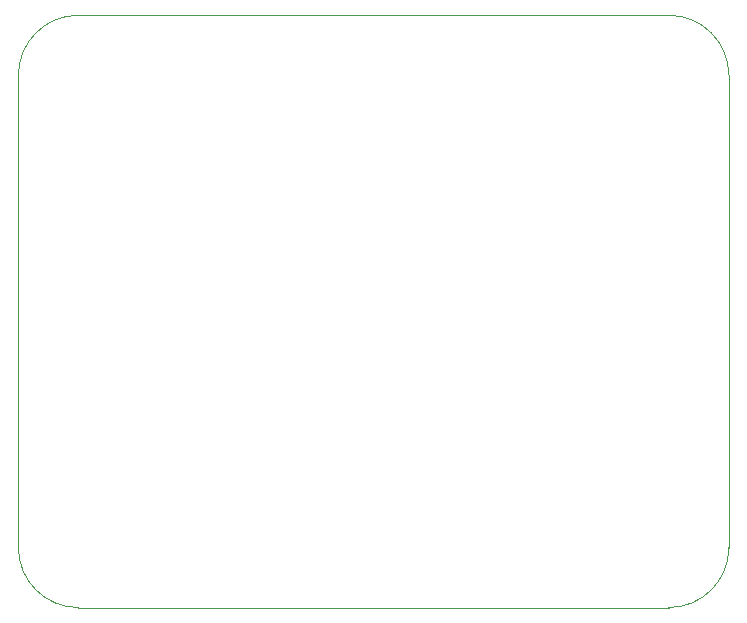
<source format=gbr>
%TF.GenerationSoftware,KiCad,Pcbnew,(6.0.9)*%
%TF.CreationDate,2022-11-23T22:08:25-07:00*%
%TF.ProjectId,AQM,41514d2e-6b69-4636-9164-5f7063625858,rev?*%
%TF.SameCoordinates,Original*%
%TF.FileFunction,Profile,NP*%
%FSLAX46Y46*%
G04 Gerber Fmt 4.6, Leading zero omitted, Abs format (unit mm)*
G04 Created by KiCad (PCBNEW (6.0.9)) date 2022-11-23 22:08:25*
%MOMM*%
%LPD*%
G01*
G04 APERTURE LIST*
%TA.AperFunction,Profile*%
%ADD10C,0.100000*%
%TD*%
G04 APERTURE END LIST*
D10*
X168675000Y-137300000D02*
X118675000Y-137300000D01*
X168675000Y-137300000D02*
G75*
G03*
X173750000Y-132225000I0J5075000D01*
G01*
X113600000Y-132225000D02*
G75*
G03*
X118675000Y-137300000I5075000J0D01*
G01*
X113600000Y-132225000D02*
X113600000Y-92225000D01*
X173750000Y-92225000D02*
X173750000Y-132225000D01*
X118675000Y-87150000D02*
G75*
G03*
X113600000Y-92225000I0J-5075000D01*
G01*
X118675000Y-87150000D02*
X168675000Y-87150000D01*
X173750000Y-92225000D02*
G75*
G03*
X168675000Y-87150000I-5075000J0D01*
G01*
M02*

</source>
